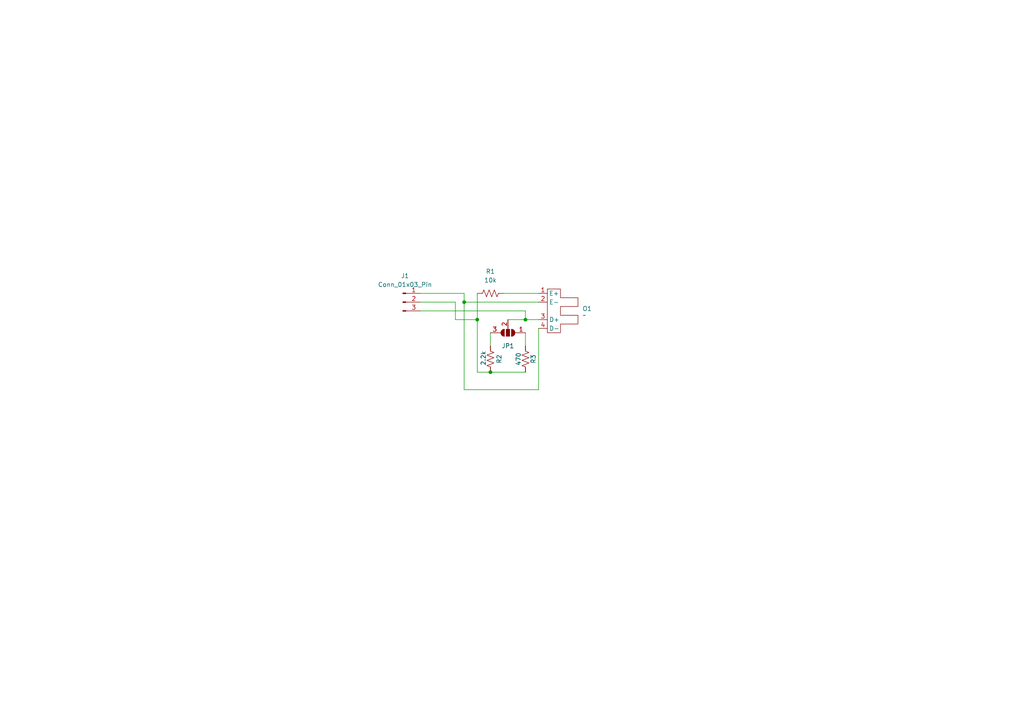
<source format=kicad_sch>
(kicad_sch
	(version 20231120)
	(generator "eeschema")
	(generator_version "8.0")
	(uuid "46c9aaa7-8f1e-4e59-addb-1916c8d8b01a")
	(paper "A4")
	(lib_symbols
		(symbol "Connector:Conn_01x03_Pin"
			(pin_names
				(offset 1.016) hide)
			(exclude_from_sim no)
			(in_bom yes)
			(on_board yes)
			(property "Reference" "J"
				(at 0 5.08 0)
				(effects
					(font
						(size 1.27 1.27)
					)
				)
			)
			(property "Value" "Conn_01x03_Pin"
				(at 0 -5.08 0)
				(effects
					(font
						(size 1.27 1.27)
					)
				)
			)
			(property "Footprint" ""
				(at 0 0 0)
				(effects
					(font
						(size 1.27 1.27)
					)
					(hide yes)
				)
			)
			(property "Datasheet" "~"
				(at 0 0 0)
				(effects
					(font
						(size 1.27 1.27)
					)
					(hide yes)
				)
			)
			(property "Description" "Generic connector, single row, 01x03, script generated"
				(at 0 0 0)
				(effects
					(font
						(size 1.27 1.27)
					)
					(hide yes)
				)
			)
			(property "ki_locked" ""
				(at 0 0 0)
				(effects
					(font
						(size 1.27 1.27)
					)
				)
			)
			(property "ki_keywords" "connector"
				(at 0 0 0)
				(effects
					(font
						(size 1.27 1.27)
					)
					(hide yes)
				)
			)
			(property "ki_fp_filters" "Connector*:*_1x??_*"
				(at 0 0 0)
				(effects
					(font
						(size 1.27 1.27)
					)
					(hide yes)
				)
			)
			(symbol "Conn_01x03_Pin_1_1"
				(polyline
					(pts
						(xy 1.27 -2.54) (xy 0.8636 -2.54)
					)
					(stroke
						(width 0.1524)
						(type default)
					)
					(fill
						(type none)
					)
				)
				(polyline
					(pts
						(xy 1.27 0) (xy 0.8636 0)
					)
					(stroke
						(width 0.1524)
						(type default)
					)
					(fill
						(type none)
					)
				)
				(polyline
					(pts
						(xy 1.27 2.54) (xy 0.8636 2.54)
					)
					(stroke
						(width 0.1524)
						(type default)
					)
					(fill
						(type none)
					)
				)
				(rectangle
					(start 0.8636 -2.413)
					(end 0 -2.667)
					(stroke
						(width 0.1524)
						(type default)
					)
					(fill
						(type outline)
					)
				)
				(rectangle
					(start 0.8636 0.127)
					(end 0 -0.127)
					(stroke
						(width 0.1524)
						(type default)
					)
					(fill
						(type outline)
					)
				)
				(rectangle
					(start 0.8636 2.667)
					(end 0 2.413)
					(stroke
						(width 0.1524)
						(type default)
					)
					(fill
						(type outline)
					)
				)
				(pin passive line
					(at 5.08 2.54 180)
					(length 3.81)
					(name "Pin_1"
						(effects
							(font
								(size 1.27 1.27)
							)
						)
					)
					(number "1"
						(effects
							(font
								(size 1.27 1.27)
							)
						)
					)
				)
				(pin passive line
					(at 5.08 0 180)
					(length 3.81)
					(name "Pin_2"
						(effects
							(font
								(size 1.27 1.27)
							)
						)
					)
					(number "2"
						(effects
							(font
								(size 1.27 1.27)
							)
						)
					)
				)
				(pin passive line
					(at 5.08 -2.54 180)
					(length 3.81)
					(name "Pin_3"
						(effects
							(font
								(size 1.27 1.27)
							)
						)
					)
					(number "3"
						(effects
							(font
								(size 1.27 1.27)
							)
						)
					)
				)
			)
		)
		(symbol "Device:R_US"
			(pin_numbers hide)
			(pin_names
				(offset 0)
			)
			(exclude_from_sim no)
			(in_bom yes)
			(on_board yes)
			(property "Reference" "R"
				(at 2.54 0 90)
				(effects
					(font
						(size 1.27 1.27)
					)
				)
			)
			(property "Value" "R_US"
				(at -2.54 0 90)
				(effects
					(font
						(size 1.27 1.27)
					)
				)
			)
			(property "Footprint" ""
				(at 1.016 -0.254 90)
				(effects
					(font
						(size 1.27 1.27)
					)
					(hide yes)
				)
			)
			(property "Datasheet" "~"
				(at 0 0 0)
				(effects
					(font
						(size 1.27 1.27)
					)
					(hide yes)
				)
			)
			(property "Description" "Resistor, US symbol"
				(at 0 0 0)
				(effects
					(font
						(size 1.27 1.27)
					)
					(hide yes)
				)
			)
			(property "ki_keywords" "R res resistor"
				(at 0 0 0)
				(effects
					(font
						(size 1.27 1.27)
					)
					(hide yes)
				)
			)
			(property "ki_fp_filters" "R_*"
				(at 0 0 0)
				(effects
					(font
						(size 1.27 1.27)
					)
					(hide yes)
				)
			)
			(symbol "R_US_0_1"
				(polyline
					(pts
						(xy 0 -2.286) (xy 0 -2.54)
					)
					(stroke
						(width 0)
						(type default)
					)
					(fill
						(type none)
					)
				)
				(polyline
					(pts
						(xy 0 2.286) (xy 0 2.54)
					)
					(stroke
						(width 0)
						(type default)
					)
					(fill
						(type none)
					)
				)
				(polyline
					(pts
						(xy 0 -0.762) (xy 1.016 -1.143) (xy 0 -1.524) (xy -1.016 -1.905) (xy 0 -2.286)
					)
					(stroke
						(width 0)
						(type default)
					)
					(fill
						(type none)
					)
				)
				(polyline
					(pts
						(xy 0 0.762) (xy 1.016 0.381) (xy 0 0) (xy -1.016 -0.381) (xy 0 -0.762)
					)
					(stroke
						(width 0)
						(type default)
					)
					(fill
						(type none)
					)
				)
				(polyline
					(pts
						(xy 0 2.286) (xy 1.016 1.905) (xy 0 1.524) (xy -1.016 1.143) (xy 0 0.762)
					)
					(stroke
						(width 0)
						(type default)
					)
					(fill
						(type none)
					)
				)
			)
			(symbol "R_US_1_1"
				(pin passive line
					(at 0 3.81 270)
					(length 1.27)
					(name "~"
						(effects
							(font
								(size 1.27 1.27)
							)
						)
					)
					(number "1"
						(effects
							(font
								(size 1.27 1.27)
							)
						)
					)
				)
				(pin passive line
					(at 0 -3.81 90)
					(length 1.27)
					(name "~"
						(effects
							(font
								(size 1.27 1.27)
							)
						)
					)
					(number "2"
						(effects
							(font
								(size 1.27 1.27)
							)
						)
					)
				)
			)
		)
		(symbol "Jumper:SolderJumper_3_Open"
			(pin_names
				(offset 0) hide)
			(exclude_from_sim yes)
			(in_bom no)
			(on_board yes)
			(property "Reference" "JP"
				(at -2.54 -2.54 0)
				(effects
					(font
						(size 1.27 1.27)
					)
				)
			)
			(property "Value" "SolderJumper_3_Open"
				(at 0 2.794 0)
				(effects
					(font
						(size 1.27 1.27)
					)
				)
			)
			(property "Footprint" ""
				(at 0 0 0)
				(effects
					(font
						(size 1.27 1.27)
					)
					(hide yes)
				)
			)
			(property "Datasheet" "~"
				(at 0 0 0)
				(effects
					(font
						(size 1.27 1.27)
					)
					(hide yes)
				)
			)
			(property "Description" "Solder Jumper, 3-pole, open"
				(at 0 0 0)
				(effects
					(font
						(size 1.27 1.27)
					)
					(hide yes)
				)
			)
			(property "ki_keywords" "Solder Jumper SPDT"
				(at 0 0 0)
				(effects
					(font
						(size 1.27 1.27)
					)
					(hide yes)
				)
			)
			(property "ki_fp_filters" "SolderJumper*Open*"
				(at 0 0 0)
				(effects
					(font
						(size 1.27 1.27)
					)
					(hide yes)
				)
			)
			(symbol "SolderJumper_3_Open_0_1"
				(arc
					(start -1.016 1.016)
					(mid -2.0276 0)
					(end -1.016 -1.016)
					(stroke
						(width 0)
						(type default)
					)
					(fill
						(type none)
					)
				)
				(arc
					(start -1.016 1.016)
					(mid -2.0276 0)
					(end -1.016 -1.016)
					(stroke
						(width 0)
						(type default)
					)
					(fill
						(type outline)
					)
				)
				(rectangle
					(start -0.508 1.016)
					(end 0.508 -1.016)
					(stroke
						(width 0)
						(type default)
					)
					(fill
						(type outline)
					)
				)
				(polyline
					(pts
						(xy -2.54 0) (xy -2.032 0)
					)
					(stroke
						(width 0)
						(type default)
					)
					(fill
						(type none)
					)
				)
				(polyline
					(pts
						(xy -1.016 1.016) (xy -1.016 -1.016)
					)
					(stroke
						(width 0)
						(type default)
					)
					(fill
						(type none)
					)
				)
				(polyline
					(pts
						(xy 0 -1.27) (xy 0 -1.016)
					)
					(stroke
						(width 0)
						(type default)
					)
					(fill
						(type none)
					)
				)
				(polyline
					(pts
						(xy 1.016 1.016) (xy 1.016 -1.016)
					)
					(stroke
						(width 0)
						(type default)
					)
					(fill
						(type none)
					)
				)
				(polyline
					(pts
						(xy 2.54 0) (xy 2.032 0)
					)
					(stroke
						(width 0)
						(type default)
					)
					(fill
						(type none)
					)
				)
				(arc
					(start 1.016 -1.016)
					(mid 2.0276 0)
					(end 1.016 1.016)
					(stroke
						(width 0)
						(type default)
					)
					(fill
						(type none)
					)
				)
				(arc
					(start 1.016 -1.016)
					(mid 2.0276 0)
					(end 1.016 1.016)
					(stroke
						(width 0)
						(type default)
					)
					(fill
						(type outline)
					)
				)
			)
			(symbol "SolderJumper_3_Open_1_1"
				(pin passive line
					(at -5.08 0 0)
					(length 2.54)
					(name "A"
						(effects
							(font
								(size 1.27 1.27)
							)
						)
					)
					(number "1"
						(effects
							(font
								(size 1.27 1.27)
							)
						)
					)
				)
				(pin passive line
					(at 0 -3.81 90)
					(length 2.54)
					(name "C"
						(effects
							(font
								(size 1.27 1.27)
							)
						)
					)
					(number "2"
						(effects
							(font
								(size 1.27 1.27)
							)
						)
					)
				)
				(pin passive line
					(at 5.08 0 180)
					(length 2.54)
					(name "B"
						(effects
							(font
								(size 1.27 1.27)
							)
						)
					)
					(number "3"
						(effects
							(font
								(size 1.27 1.27)
							)
						)
					)
				)
			)
		)
		(symbol "Minibadge:MOC7811"
			(exclude_from_sim no)
			(in_bom yes)
			(on_board yes)
			(property "Reference" "O"
				(at 0 0 0)
				(effects
					(font
						(size 1.27 1.27)
					)
				)
			)
			(property "Value" ""
				(at 0 0 0)
				(effects
					(font
						(size 1.27 1.27)
					)
				)
			)
			(property "Footprint" ""
				(at 0 0 0)
				(effects
					(font
						(size 1.27 1.27)
					)
					(hide yes)
				)
			)
			(property "Datasheet" ""
				(at 0 0 0)
				(effects
					(font
						(size 1.27 1.27)
					)
					(hide yes)
				)
			)
			(property "Description" ""
				(at 0 0 0)
				(effects
					(font
						(size 1.27 1.27)
					)
					(hide yes)
				)
			)
			(symbol "MOC7811_1_1"
				(polyline
					(pts
						(xy 0 2.54) (xy 0 6.35) (xy 3.81 6.35) (xy 3.81 3.81) (xy 8.89 3.81) (xy 8.89 1.27) (xy 3.81 1.27)
						(xy 3.81 -1.27) (xy 8.89 -1.27) (xy 8.89 -3.81) (xy 3.81 -3.81) (xy 3.81 -6.35) (xy 0 -6.35) (xy 0 2.54)
					)
					(stroke
						(width 0)
						(type default)
					)
					(fill
						(type none)
					)
				)
				(pin power_in line
					(at -2.54 5.08 0)
					(length 2.54)
					(name "E+"
						(effects
							(font
								(size 1.27 1.27)
							)
						)
					)
					(number "1"
						(effects
							(font
								(size 1.27 1.27)
							)
						)
					)
				)
				(pin power_in line
					(at -2.54 2.54 0)
					(length 2.54)
					(name "E-"
						(effects
							(font
								(size 1.27 1.27)
							)
						)
					)
					(number "2"
						(effects
							(font
								(size 1.27 1.27)
							)
						)
					)
				)
				(pin power_in line
					(at -2.54 -2.54 0)
					(length 2.54)
					(name "D+"
						(effects
							(font
								(size 1.27 1.27)
							)
						)
					)
					(number "3"
						(effects
							(font
								(size 1.27 1.27)
							)
						)
					)
				)
				(pin power_in line
					(at -2.54 -5.08 0)
					(length 2.54)
					(name "D-"
						(effects
							(font
								(size 1.27 1.27)
							)
						)
					)
					(number "4"
						(effects
							(font
								(size 1.27 1.27)
							)
						)
					)
				)
			)
		)
	)
	(junction
		(at 142.24 107.95)
		(diameter 0)
		(color 0 0 0 0)
		(uuid "1828a808-9c7c-4bc0-824c-0d7a6949dc63")
	)
	(junction
		(at 134.62 87.63)
		(diameter 0)
		(color 0 0 0 0)
		(uuid "ae8f2e3d-3be8-47e4-ac18-20f0cd2f81fd")
	)
	(junction
		(at 152.4 92.71)
		(diameter 0)
		(color 0 0 0 0)
		(uuid "c7bf78c2-a564-42dc-96f8-96cdb0bd8f24")
	)
	(junction
		(at 138.43 92.71)
		(diameter 0)
		(color 0 0 0 0)
		(uuid "d6bb8250-6104-49ab-9c8c-b384ec6515e9")
	)
	(wire
		(pts
			(xy 152.4 96.52) (xy 152.4 100.33)
		)
		(stroke
			(width 0)
			(type default)
		)
		(uuid "0edc8e02-7ae0-49e0-91dd-bd89bb0939ad")
	)
	(wire
		(pts
			(xy 121.92 87.63) (xy 132.08 87.63)
		)
		(stroke
			(width 0)
			(type default)
		)
		(uuid "4eca6d38-a736-4444-b85e-40210b547987")
	)
	(wire
		(pts
			(xy 138.43 85.09) (xy 138.43 92.71)
		)
		(stroke
			(width 0)
			(type default)
		)
		(uuid "575e7f59-6a34-44a4-b313-1101cb99dc8d")
	)
	(wire
		(pts
			(xy 132.08 92.71) (xy 138.43 92.71)
		)
		(stroke
			(width 0)
			(type default)
		)
		(uuid "577f1a34-e4aa-430d-b94a-4a3e7b11a135")
	)
	(wire
		(pts
			(xy 142.24 96.52) (xy 142.24 100.33)
		)
		(stroke
			(width 0)
			(type default)
		)
		(uuid "5eb889dc-f363-46bc-a096-2d2dabdb60c7")
	)
	(wire
		(pts
			(xy 152.4 90.17) (xy 121.92 90.17)
		)
		(stroke
			(width 0)
			(type default)
		)
		(uuid "64d19543-f226-418b-939d-72ed0816f7c5")
	)
	(wire
		(pts
			(xy 138.43 92.71) (xy 138.43 107.95)
		)
		(stroke
			(width 0)
			(type default)
		)
		(uuid "72682ab5-07ae-441c-9bd8-92e9f3f401be")
	)
	(wire
		(pts
			(xy 134.62 87.63) (xy 156.21 87.63)
		)
		(stroke
			(width 0)
			(type default)
		)
		(uuid "726ee9e0-17a7-4595-abe6-d903524b6a6a")
	)
	(wire
		(pts
			(xy 121.92 85.09) (xy 134.62 85.09)
		)
		(stroke
			(width 0)
			(type default)
		)
		(uuid "7ca004c3-a316-488d-8fdc-866a7374d021")
	)
	(wire
		(pts
			(xy 134.62 85.09) (xy 134.62 87.63)
		)
		(stroke
			(width 0)
			(type default)
		)
		(uuid "95467bc6-b9fb-48f2-9d40-f15cfb436a34")
	)
	(wire
		(pts
			(xy 156.21 113.03) (xy 156.21 95.25)
		)
		(stroke
			(width 0)
			(type default)
		)
		(uuid "9acf4cb7-3844-46ed-8808-9d8ce6946963")
	)
	(wire
		(pts
			(xy 156.21 85.09) (xy 146.05 85.09)
		)
		(stroke
			(width 0)
			(type default)
		)
		(uuid "a1d2f7ed-0e04-4800-acb5-ef1215deb6be")
	)
	(wire
		(pts
			(xy 152.4 92.71) (xy 152.4 90.17)
		)
		(stroke
			(width 0)
			(type default)
		)
		(uuid "a8ddd710-5b5c-4b56-9d88-d951a62d2e03")
	)
	(wire
		(pts
			(xy 132.08 87.63) (xy 132.08 92.71)
		)
		(stroke
			(width 0)
			(type default)
		)
		(uuid "b558741c-8adb-4b6a-9351-1cdd0d4aabee")
	)
	(wire
		(pts
			(xy 138.43 107.95) (xy 142.24 107.95)
		)
		(stroke
			(width 0)
			(type default)
		)
		(uuid "bc84105f-86ab-4eb3-8705-c0bdb3abb22e")
	)
	(wire
		(pts
			(xy 134.62 113.03) (xy 156.21 113.03)
		)
		(stroke
			(width 0)
			(type default)
		)
		(uuid "c19c4872-912d-4f00-9dc5-6443bc4309f9")
	)
	(wire
		(pts
			(xy 156.21 92.71) (xy 152.4 92.71)
		)
		(stroke
			(width 0)
			(type default)
		)
		(uuid "c1c10c7f-5a95-4758-b48c-0fbaf7778f27")
	)
	(wire
		(pts
			(xy 142.24 107.95) (xy 152.4 107.95)
		)
		(stroke
			(width 0)
			(type default)
		)
		(uuid "d0d1d95d-1a46-41df-888f-72b1cf315aa2")
	)
	(wire
		(pts
			(xy 147.32 92.71) (xy 152.4 92.71)
		)
		(stroke
			(width 0)
			(type default)
		)
		(uuid "dc2c68f0-e99d-47b2-a88d-647e10321c15")
	)
	(wire
		(pts
			(xy 134.62 87.63) (xy 134.62 113.03)
		)
		(stroke
			(width 0)
			(type default)
		)
		(uuid "f4a67279-e108-4d31-82cc-2ca9142e5a3b")
	)
	(symbol
		(lib_id "Connector:Conn_01x03_Pin")
		(at 116.84 87.63 0)
		(unit 1)
		(exclude_from_sim no)
		(in_bom yes)
		(on_board yes)
		(dnp no)
		(fields_autoplaced yes)
		(uuid "1d2e5f09-25c8-4b60-a782-934dc676e701")
		(property "Reference" "J1"
			(at 117.475 80.01 0)
			(effects
				(font
					(size 1.27 1.27)
				)
			)
		)
		(property "Value" "Conn_01x03_Pin"
			(at 117.475 82.55 0)
			(effects
				(font
					(size 1.27 1.27)
				)
			)
		)
		(property "Footprint" "Connector_PinHeader_2.54mm:PinHeader_1x03_P2.54mm_Vertical"
			(at 116.84 87.63 0)
			(effects
				(font
					(size 1.27 1.27)
				)
				(hide yes)
			)
		)
		(property "Datasheet" "~"
			(at 116.84 87.63 0)
			(effects
				(font
					(size 1.27 1.27)
				)
				(hide yes)
			)
		)
		(property "Description" "Generic connector, single row, 01x03, script generated"
			(at 116.84 87.63 0)
			(effects
				(font
					(size 1.27 1.27)
				)
				(hide yes)
			)
		)
		(pin "1"
			(uuid "887dad00-7680-42ec-80e5-a390093c1aae")
		)
		(pin "2"
			(uuid "f0da1890-0bf2-4b84-b2e6-75e9c946266e")
		)
		(pin "3"
			(uuid "033d09c2-884a-4b8a-89c2-3f4352780914")
		)
		(instances
			(project ""
				(path "/46c9aaa7-8f1e-4e59-addb-1916c8d8b01a"
					(reference "J1")
					(unit 1)
				)
			)
		)
	)
	(symbol
		(lib_id "Device:R_US")
		(at 152.4 104.14 180)
		(unit 1)
		(exclude_from_sim no)
		(in_bom yes)
		(on_board yes)
		(dnp no)
		(uuid "3b7038cd-e404-4fb4-998a-c37c6e573823")
		(property "Reference" "R3"
			(at 154.686 104.14 90)
			(effects
				(font
					(size 1.27 1.27)
				)
			)
		)
		(property "Value" "470"
			(at 150.368 104.14 90)
			(effects
				(font
					(size 1.27 1.27)
				)
			)
		)
		(property "Footprint" "Resistor_SMD:R_1206_3216Metric_Pad1.30x1.75mm_HandSolder"
			(at 151.384 103.886 90)
			(effects
				(font
					(size 1.27 1.27)
				)
				(hide yes)
			)
		)
		(property "Datasheet" "~"
			(at 152.4 104.14 0)
			(effects
				(font
					(size 1.27 1.27)
				)
				(hide yes)
			)
		)
		(property "Description" "Resistor, US symbol"
			(at 152.4 104.14 0)
			(effects
				(font
					(size 1.27 1.27)
				)
				(hide yes)
			)
		)
		(pin "2"
			(uuid "e1b40184-be2f-43bd-8154-2438ded9d98b")
		)
		(pin "1"
			(uuid "47000f10-ef21-4e8b-9476-fb91f5747636")
		)
		(instances
			(project "Sensor"
				(path "/46c9aaa7-8f1e-4e59-addb-1916c8d8b01a"
					(reference "R3")
					(unit 1)
				)
			)
		)
	)
	(symbol
		(lib_id "Minibadge:MOC7811")
		(at 158.75 90.17 0)
		(unit 1)
		(exclude_from_sim no)
		(in_bom yes)
		(on_board yes)
		(dnp no)
		(fields_autoplaced yes)
		(uuid "6d8f9135-8dfd-49eb-9cf7-22eb45b355f7")
		(property "Reference" "O1"
			(at 168.91 89.5349 0)
			(effects
				(font
					(size 1.27 1.27)
				)
				(justify left)
			)
		)
		(property "Value" "~"
			(at 168.91 91.44 0)
			(effects
				(font
					(size 1.27 1.27)
				)
				(justify left)
			)
		)
		(property "Footprint" "Minibadge:MOC7811"
			(at 158.75 90.17 0)
			(effects
				(font
					(size 1.27 1.27)
				)
				(hide yes)
			)
		)
		(property "Datasheet" ""
			(at 158.75 90.17 0)
			(effects
				(font
					(size 1.27 1.27)
				)
				(hide yes)
			)
		)
		(property "Description" ""
			(at 158.75 90.17 0)
			(effects
				(font
					(size 1.27 1.27)
				)
				(hide yes)
			)
		)
		(pin "1"
			(uuid "aa2083fb-c0ec-49e4-8053-17582b44c9a9")
		)
		(pin "3"
			(uuid "f0e01031-c596-4ab2-bf00-e30034a29fab")
		)
		(pin "2"
			(uuid "e781f965-f199-4141-a5fd-24599cc853a3")
		)
		(pin "4"
			(uuid "bdba70d3-5c38-4de7-8818-bb21d86c8ee1")
		)
		(instances
			(project ""
				(path "/46c9aaa7-8f1e-4e59-addb-1916c8d8b01a"
					(reference "O1")
					(unit 1)
				)
			)
		)
	)
	(symbol
		(lib_id "Jumper:SolderJumper_3_Open")
		(at 147.32 96.52 180)
		(unit 1)
		(exclude_from_sim yes)
		(in_bom no)
		(on_board yes)
		(dnp no)
		(uuid "780e5957-98a2-4e38-92bd-31115c4b927d")
		(property "Reference" "JP1"
			(at 147.32 100.33 0)
			(effects
				(font
					(size 1.27 1.27)
				)
			)
		)
		(property "Value" "SolderJumper_3_Open"
			(at 150.622 103.124 0)
			(effects
				(font
					(size 1.27 1.27)
				)
				(hide yes)
			)
		)
		(property "Footprint" "Jumper:SolderJumper-3_P2.0mm_Open_TrianglePad1.0x1.5mm_NumberLabels"
			(at 147.32 96.52 0)
			(effects
				(font
					(size 1.27 1.27)
				)
				(hide yes)
			)
		)
		(property "Datasheet" "~"
			(at 147.32 96.52 0)
			(effects
				(font
					(size 1.27 1.27)
				)
				(hide yes)
			)
		)
		(property "Description" "Solder Jumper, 3-pole, open"
			(at 147.32 96.52 0)
			(effects
				(font
					(size 1.27 1.27)
				)
				(hide yes)
			)
		)
		(pin "3"
			(uuid "69fd0235-ff03-4c31-ae91-ab732fde0582")
		)
		(pin "1"
			(uuid "54901382-42ef-45c5-9222-411bc2a7b5a2")
		)
		(pin "2"
			(uuid "43166fb7-6ac2-41c4-a77f-ca760e621a88")
		)
		(instances
			(project ""
				(path "/46c9aaa7-8f1e-4e59-addb-1916c8d8b01a"
					(reference "JP1")
					(unit 1)
				)
			)
		)
	)
	(symbol
		(lib_id "Device:R_US")
		(at 142.24 104.14 180)
		(unit 1)
		(exclude_from_sim no)
		(in_bom yes)
		(on_board yes)
		(dnp no)
		(uuid "af993490-9c68-41ed-8f46-6e0f22db0b5a")
		(property "Reference" "R2"
			(at 144.78 104.14 90)
			(effects
				(font
					(size 1.27 1.27)
				)
			)
		)
		(property "Value" "2.2k"
			(at 140.208 103.886 90)
			(effects
				(font
					(size 1.27 1.27)
				)
			)
		)
		(property "Footprint" "Resistor_SMD:R_1206_3216Metric_Pad1.30x1.75mm_HandSolder"
			(at 141.224 103.886 90)
			(effects
				(font
					(size 1.27 1.27)
				)
				(hide yes)
			)
		)
		(property "Datasheet" "~"
			(at 142.24 104.14 0)
			(effects
				(font
					(size 1.27 1.27)
				)
				(hide yes)
			)
		)
		(property "Description" "Resistor, US symbol"
			(at 142.24 104.14 0)
			(effects
				(font
					(size 1.27 1.27)
				)
				(hide yes)
			)
		)
		(pin "2"
			(uuid "9364fbe5-272d-47f6-b8bc-0066d4023aad")
		)
		(pin "1"
			(uuid "53cc82ce-fced-4cfc-8c64-dda4c73bf95d")
		)
		(instances
			(project ""
				(path "/46c9aaa7-8f1e-4e59-addb-1916c8d8b01a"
					(reference "R2")
					(unit 1)
				)
			)
		)
	)
	(symbol
		(lib_id "Device:R_US")
		(at 142.24 85.09 90)
		(unit 1)
		(exclude_from_sim no)
		(in_bom yes)
		(on_board yes)
		(dnp no)
		(fields_autoplaced yes)
		(uuid "f3b9cf66-1e3b-41bc-930d-961b00e9aad9")
		(property "Reference" "R1"
			(at 142.24 78.74 90)
			(effects
				(font
					(size 1.27 1.27)
				)
			)
		)
		(property "Value" "10k"
			(at 142.24 81.28 90)
			(effects
				(font
					(size 1.27 1.27)
				)
			)
		)
		(property "Footprint" "Resistor_SMD:R_1206_3216Metric_Pad1.30x1.75mm_HandSolder"
			(at 142.494 84.074 90)
			(effects
				(font
					(size 1.27 1.27)
				)
				(hide yes)
			)
		)
		(property "Datasheet" "~"
			(at 142.24 85.09 0)
			(effects
				(font
					(size 1.27 1.27)
				)
				(hide yes)
			)
		)
		(property "Description" "Resistor, US symbol"
			(at 142.24 85.09 0)
			(effects
				(font
					(size 1.27 1.27)
				)
				(hide yes)
			)
		)
		(pin "2"
			(uuid "60e44bbc-84f8-4b42-814b-e0a7f71f5ef2")
		)
		(pin "1"
			(uuid "ebf85826-a0f1-4846-b211-07e975b9f5d3")
		)
		(instances
			(project ""
				(path "/46c9aaa7-8f1e-4e59-addb-1916c8d8b01a"
					(reference "R1")
					(unit 1)
				)
			)
		)
	)
	(sheet_instances
		(path "/"
			(page "1")
		)
	)
)

</source>
